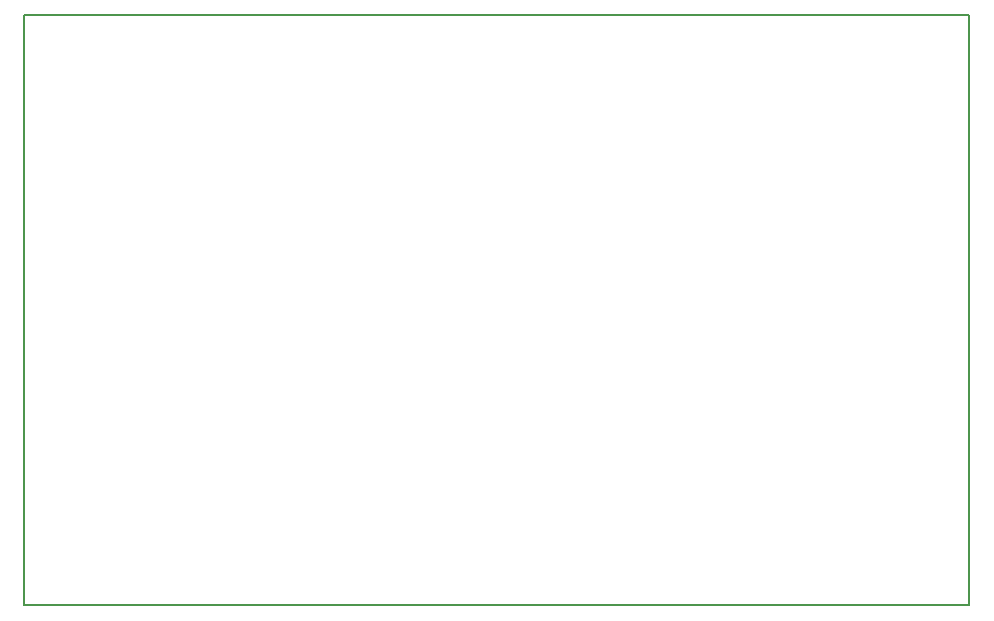
<source format=gko>
G04 DesignSpark PCB Gerber Version 10.0 Build 5299*
G04 #@! TF.Part,Single*
%FSLAX35Y35*%
%MOIN*%
%ADD10C,0.00500*%
G04 #@! TD.AperFunction*
X0Y0D02*
D02*
D10*
X250Y250D02*
X315211D01*
Y197100D01*
X250D01*
Y250D01*
X0Y0D02*
M02*

</source>
